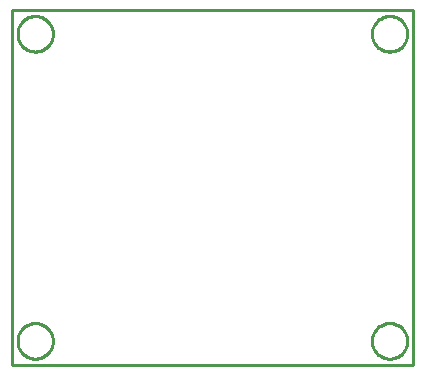
<source format=gbr>
G04 EAGLE Gerber RS-274X export*
G75*
%MOMM*%
%FSLAX34Y34*%
%LPD*%
%AMOC8*
5,1,8,0,0,1.08239X$1,22.5*%
G01*
%ADD10C,0.254000*%


D10*
X0Y0D02*
X340000Y0D01*
X340000Y300000D01*
X0Y300000D01*
X0Y0D01*
X35000Y19464D02*
X34924Y18396D01*
X34771Y17335D01*
X34543Y16288D01*
X34241Y15260D01*
X33867Y14256D01*
X33422Y13281D01*
X32908Y12341D01*
X32329Y11440D01*
X31687Y10582D01*
X30985Y9772D01*
X30228Y9015D01*
X29418Y8313D01*
X28560Y7671D01*
X27659Y7092D01*
X26719Y6578D01*
X25744Y6133D01*
X24740Y5759D01*
X23712Y5457D01*
X22665Y5229D01*
X21604Y5076D01*
X20536Y5000D01*
X19464Y5000D01*
X18396Y5076D01*
X17335Y5229D01*
X16288Y5457D01*
X15260Y5759D01*
X14256Y6133D01*
X13281Y6578D01*
X12341Y7092D01*
X11440Y7671D01*
X10582Y8313D01*
X9772Y9015D01*
X9015Y9772D01*
X8313Y10582D01*
X7671Y11440D01*
X7092Y12341D01*
X6578Y13281D01*
X6133Y14256D01*
X5759Y15260D01*
X5457Y16288D01*
X5229Y17335D01*
X5076Y18396D01*
X5000Y19464D01*
X5000Y20536D01*
X5076Y21604D01*
X5229Y22665D01*
X5457Y23712D01*
X5759Y24740D01*
X6133Y25744D01*
X6578Y26719D01*
X7092Y27659D01*
X7671Y28560D01*
X8313Y29418D01*
X9015Y30228D01*
X9772Y30985D01*
X10582Y31687D01*
X11440Y32329D01*
X12341Y32908D01*
X13281Y33422D01*
X14256Y33867D01*
X15260Y34241D01*
X16288Y34543D01*
X17335Y34771D01*
X18396Y34924D01*
X19464Y35000D01*
X20536Y35000D01*
X21604Y34924D01*
X22665Y34771D01*
X23712Y34543D01*
X24740Y34241D01*
X25744Y33867D01*
X26719Y33422D01*
X27659Y32908D01*
X28560Y32329D01*
X29418Y31687D01*
X30228Y30985D01*
X30985Y30228D01*
X31687Y29418D01*
X32329Y28560D01*
X32908Y27659D01*
X33422Y26719D01*
X33867Y25744D01*
X34241Y24740D01*
X34543Y23712D01*
X34771Y22665D01*
X34924Y21604D01*
X35000Y20536D01*
X35000Y19464D01*
X35000Y279464D02*
X34924Y278396D01*
X34771Y277335D01*
X34543Y276288D01*
X34241Y275260D01*
X33867Y274256D01*
X33422Y273281D01*
X32908Y272341D01*
X32329Y271440D01*
X31687Y270582D01*
X30985Y269772D01*
X30228Y269015D01*
X29418Y268313D01*
X28560Y267671D01*
X27659Y267092D01*
X26719Y266578D01*
X25744Y266133D01*
X24740Y265759D01*
X23712Y265457D01*
X22665Y265229D01*
X21604Y265076D01*
X20536Y265000D01*
X19464Y265000D01*
X18396Y265076D01*
X17335Y265229D01*
X16288Y265457D01*
X15260Y265759D01*
X14256Y266133D01*
X13281Y266578D01*
X12341Y267092D01*
X11440Y267671D01*
X10582Y268313D01*
X9772Y269015D01*
X9015Y269772D01*
X8313Y270582D01*
X7671Y271440D01*
X7092Y272341D01*
X6578Y273281D01*
X6133Y274256D01*
X5759Y275260D01*
X5457Y276288D01*
X5229Y277335D01*
X5076Y278396D01*
X5000Y279464D01*
X5000Y280536D01*
X5076Y281604D01*
X5229Y282665D01*
X5457Y283712D01*
X5759Y284740D01*
X6133Y285744D01*
X6578Y286719D01*
X7092Y287659D01*
X7671Y288560D01*
X8313Y289418D01*
X9015Y290228D01*
X9772Y290985D01*
X10582Y291687D01*
X11440Y292329D01*
X12341Y292908D01*
X13281Y293422D01*
X14256Y293867D01*
X15260Y294241D01*
X16288Y294543D01*
X17335Y294771D01*
X18396Y294924D01*
X19464Y295000D01*
X20536Y295000D01*
X21604Y294924D01*
X22665Y294771D01*
X23712Y294543D01*
X24740Y294241D01*
X25744Y293867D01*
X26719Y293422D01*
X27659Y292908D01*
X28560Y292329D01*
X29418Y291687D01*
X30228Y290985D01*
X30985Y290228D01*
X31687Y289418D01*
X32329Y288560D01*
X32908Y287659D01*
X33422Y286719D01*
X33867Y285744D01*
X34241Y284740D01*
X34543Y283712D01*
X34771Y282665D01*
X34924Y281604D01*
X35000Y280536D01*
X35000Y279464D01*
X335000Y19464D02*
X334924Y18396D01*
X334771Y17335D01*
X334543Y16288D01*
X334241Y15260D01*
X333867Y14256D01*
X333422Y13281D01*
X332908Y12341D01*
X332329Y11440D01*
X331687Y10582D01*
X330985Y9772D01*
X330228Y9015D01*
X329418Y8313D01*
X328560Y7671D01*
X327659Y7092D01*
X326719Y6578D01*
X325744Y6133D01*
X324740Y5759D01*
X323712Y5457D01*
X322665Y5229D01*
X321604Y5076D01*
X320536Y5000D01*
X319464Y5000D01*
X318396Y5076D01*
X317335Y5229D01*
X316288Y5457D01*
X315260Y5759D01*
X314256Y6133D01*
X313281Y6578D01*
X312341Y7092D01*
X311440Y7671D01*
X310582Y8313D01*
X309772Y9015D01*
X309015Y9772D01*
X308313Y10582D01*
X307671Y11440D01*
X307092Y12341D01*
X306578Y13281D01*
X306133Y14256D01*
X305759Y15260D01*
X305457Y16288D01*
X305229Y17335D01*
X305076Y18396D01*
X305000Y19464D01*
X305000Y20536D01*
X305076Y21604D01*
X305229Y22665D01*
X305457Y23712D01*
X305759Y24740D01*
X306133Y25744D01*
X306578Y26719D01*
X307092Y27659D01*
X307671Y28560D01*
X308313Y29418D01*
X309015Y30228D01*
X309772Y30985D01*
X310582Y31687D01*
X311440Y32329D01*
X312341Y32908D01*
X313281Y33422D01*
X314256Y33867D01*
X315260Y34241D01*
X316288Y34543D01*
X317335Y34771D01*
X318396Y34924D01*
X319464Y35000D01*
X320536Y35000D01*
X321604Y34924D01*
X322665Y34771D01*
X323712Y34543D01*
X324740Y34241D01*
X325744Y33867D01*
X326719Y33422D01*
X327659Y32908D01*
X328560Y32329D01*
X329418Y31687D01*
X330228Y30985D01*
X330985Y30228D01*
X331687Y29418D01*
X332329Y28560D01*
X332908Y27659D01*
X333422Y26719D01*
X333867Y25744D01*
X334241Y24740D01*
X334543Y23712D01*
X334771Y22665D01*
X334924Y21604D01*
X335000Y20536D01*
X335000Y19464D01*
X335000Y279464D02*
X334924Y278396D01*
X334771Y277335D01*
X334543Y276288D01*
X334241Y275260D01*
X333867Y274256D01*
X333422Y273281D01*
X332908Y272341D01*
X332329Y271440D01*
X331687Y270582D01*
X330985Y269772D01*
X330228Y269015D01*
X329418Y268313D01*
X328560Y267671D01*
X327659Y267092D01*
X326719Y266578D01*
X325744Y266133D01*
X324740Y265759D01*
X323712Y265457D01*
X322665Y265229D01*
X321604Y265076D01*
X320536Y265000D01*
X319464Y265000D01*
X318396Y265076D01*
X317335Y265229D01*
X316288Y265457D01*
X315260Y265759D01*
X314256Y266133D01*
X313281Y266578D01*
X312341Y267092D01*
X311440Y267671D01*
X310582Y268313D01*
X309772Y269015D01*
X309015Y269772D01*
X308313Y270582D01*
X307671Y271440D01*
X307092Y272341D01*
X306578Y273281D01*
X306133Y274256D01*
X305759Y275260D01*
X305457Y276288D01*
X305229Y277335D01*
X305076Y278396D01*
X305000Y279464D01*
X305000Y280536D01*
X305076Y281604D01*
X305229Y282665D01*
X305457Y283712D01*
X305759Y284740D01*
X306133Y285744D01*
X306578Y286719D01*
X307092Y287659D01*
X307671Y288560D01*
X308313Y289418D01*
X309015Y290228D01*
X309772Y290985D01*
X310582Y291687D01*
X311440Y292329D01*
X312341Y292908D01*
X313281Y293422D01*
X314256Y293867D01*
X315260Y294241D01*
X316288Y294543D01*
X317335Y294771D01*
X318396Y294924D01*
X319464Y295000D01*
X320536Y295000D01*
X321604Y294924D01*
X322665Y294771D01*
X323712Y294543D01*
X324740Y294241D01*
X325744Y293867D01*
X326719Y293422D01*
X327659Y292908D01*
X328560Y292329D01*
X329418Y291687D01*
X330228Y290985D01*
X330985Y290228D01*
X331687Y289418D01*
X332329Y288560D01*
X332908Y287659D01*
X333422Y286719D01*
X333867Y285744D01*
X334241Y284740D01*
X334543Y283712D01*
X334771Y282665D01*
X334924Y281604D01*
X335000Y280536D01*
X335000Y279464D01*
M02*

</source>
